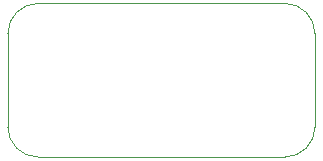
<source format=gbr>
G04*
G04 #@! TF.GenerationSoftware,Altium Limited,Altium Designer,25.8.1 (18)*
G04*
G04 Layer_Color=0*
%FSLAX25Y25*%
%MOIN*%
G70*
G04*
G04 #@! TF.SameCoordinates,B1D4E9D2-DA07-4CAB-BB94-732616643687*
G04*
G04*
G04 #@! TF.FilePolarity,Positive*
G04*
G01*
G75*
%ADD32C,0.00100*%
D32*
X250157Y397638D02*
G03*
X240158Y387638I0J-10000D01*
G01*
Y356457D01*
D02*
G03*
X250157Y346457I10000J0D01*
G01*
X332520D01*
D02*
G03*
X342520Y356457I0J10000D01*
G01*
Y387638D01*
D02*
G03*
X332520Y397638I-10000J0D01*
G01*
X303150D01*
D01*
X250157D01*
M02*

</source>
